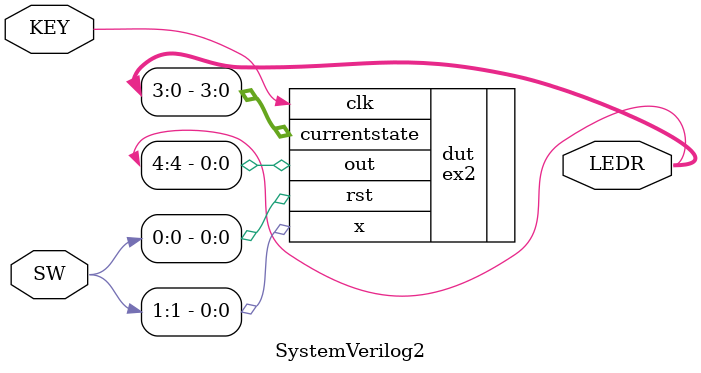
<source format=sv>
module SystemVerilog2 (
					input logic [1:0] SW,
					input logic [0:0] KEY,
					output logic [4:0] LEDR);
	ex2 dut (.rst(SW[0]), .clk (KEY[0]), .x(SW[1]),.out(LEDR [4]),.currentstate (LEDR [3:0]));
	
endmodule 
</source>
